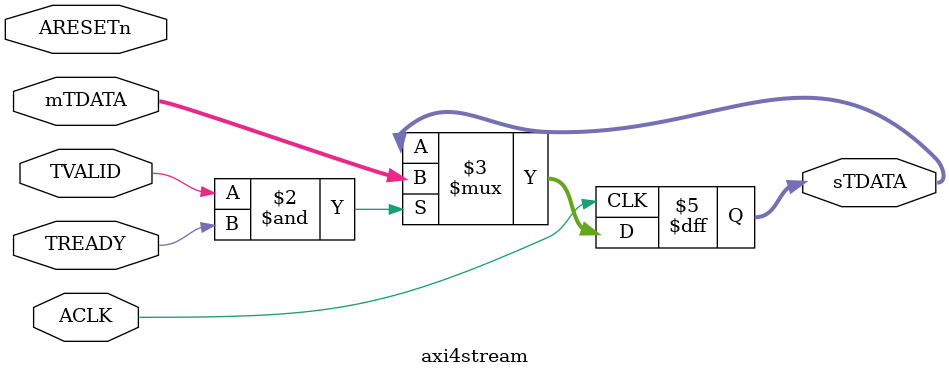
<source format=sv>
`timescale 1ns / 1ps


module axi4stream #(parameter BYTES = 1)(
    input logic ACLK,
    input logic ARESETn,
    input logic TVALID,
    input logic TREADY,
    
    input logic [8*BYTES-1 : 0] mTDATA,
    output logic [8*BYTES-1 : 0] sTDATA
);
    
    always_ff @(posedge ACLK) begin
        if (TVALID & TREADY) begin
            sTDATA[8*BYTES-1 : 0] <= mTDATA[8*BYTES-1 : 0];
        end
    end
    
//    always_latch @(TVALID) begin
        
//    end
    
endmodule
</source>
